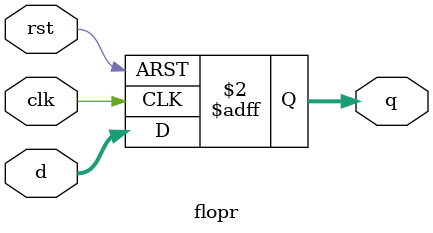
<source format=sv>
`timescale 1ns / 1ps

module flopr #(parameter WIDTH = 8)(
	input wire clk,rst,
	input wire[WIDTH-1:0] d,
	output reg[WIDTH-1:0] q
    );
	always @(posedge clk, posedge rst) begin
		if(rst) begin
			q <= 0;
		end else begin
			q <= d;
		end
	end
endmodule

</source>
